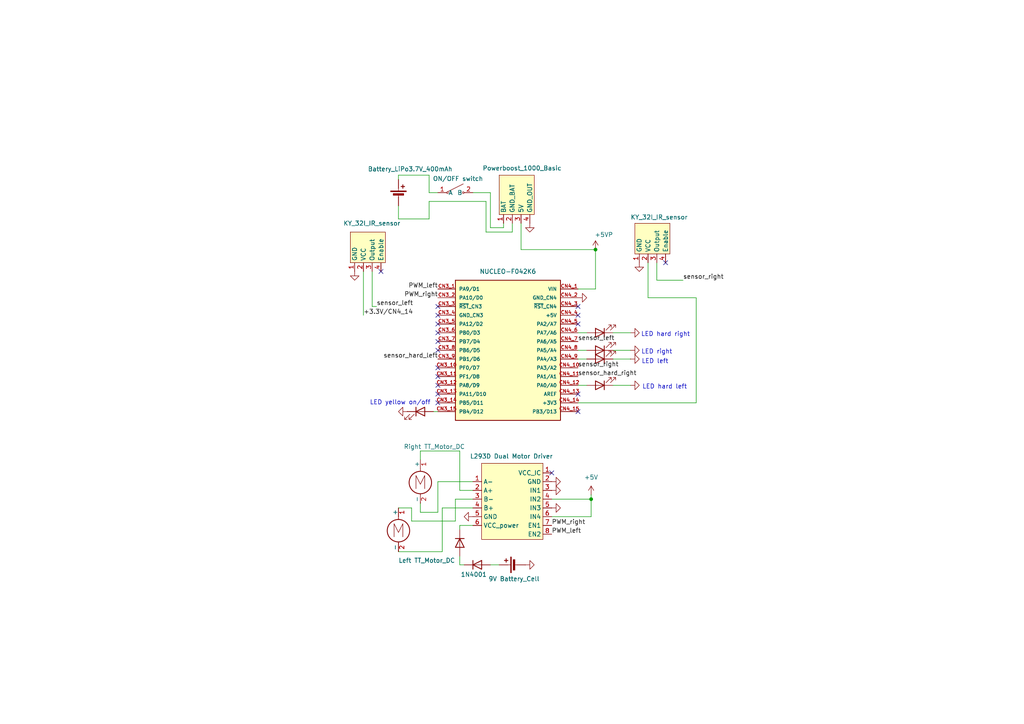
<source format=kicad_sch>
(kicad_sch (version 20250114) (generator "eeschema") (generator_version "9.0")
  (paper "A4")
  (lib_symbols
    (symbol "Device:Battery_Cell" (pin_numbers (hide yes)) (pin_names (offset 0) (hide yes))
      (property "Reference" "BT" (at 2.54 2.54 0))
      (property "Value" "Battery_Cell" (at 2.54 0 0))
      (symbol "Battery_Cell_0_1"
        (rectangle (start -2.286 1.778) (end 2.286 1.524) (fill (type outline)))
        (rectangle (start -1.524 1.016) (end 1.524 0.508) (fill (type outline)))
        (polyline (pts (xy 0 1.778) (xy 0 2.54)))
        (polyline (pts (xy 0 0.762) (xy 0 0)))
        (polyline (pts (xy 0.762 3.048) (xy 1.778 3.048)) (stroke (width 0.254)))
        (polyline (pts (xy 1.27 3.556) (xy 1.27 2.54)) (stroke (width 0.254)))
      )
      (symbol "Battery_Cell_1_1"
        (pin passive line (at 0 5.08 270) (length 2.54) (name "+") (number "1"))
        (pin passive line (at 0 -2.54 90) (length 2.54) (name "-") (number "2"))
      )
    )
    (symbol "Device:LED" (pin_numbers (hide yes)) (pin_names (offset 1.016) (hide yes))
      (property "Reference" "D" (at 0 2.54 0))
      (property "Value" "LED" (at 0 -2.54 0))
      (symbol "LED_0_1"
        (polyline (pts (xy -3.048 -0.762) (xy -4.572 -2.286) (xy -3.81 -2.286) (xy -4.572 -2.286) (xy -4.572 -1.524)))
        (polyline (pts (xy -1.778 -0.762) (xy -3.302 -2.286) (xy -2.54 -2.286) (xy -3.302 -2.286) (xy -3.302 -1.524)))
        (polyline (pts (xy -1.27 0) (xy 1.27 0)))
        (polyline (pts (xy -1.27 -1.27) (xy -1.27 1.27)) (stroke (width 0.254)))
        (polyline (pts (xy 1.27 -1.27) (xy 1.27 1.27) (xy -1.27 0) (xy 1.27 -1.27)) (stroke (width 0.254)))
      )
      (symbol "LED_1_1"
        (pin passive line (at -3.81 0 0) (length 2.54) (name "K") (number "1"))
        (pin passive line (at 3.81 0 180) (length 2.54) (name "A") (number "2"))
      )
    )
    (symbol "Diode:1N4001" (pin_numbers (hide yes)) (pin_names (hide yes))
      (property "Reference" "D" (at 0 2.54 0))
      (property "Value" "1N4001" (at 0 -2.54 0))
      (symbol "1N4001_0_1"
        (polyline (pts (xy -1.27 1.27) (xy -1.27 -1.27)) (stroke (width 0.254)))
        (polyline (pts (xy 1.27 1.27) (xy 1.27 -1.27) (xy -1.27 0) (xy 1.27 1.27)) (stroke (width 0.254)))
        (polyline (pts (xy 1.27 0) (xy -1.27 0)))
      )
      (symbol "1N4001_1_1"
        (pin passive line (at -3.81 0 0) (length 2.54) (name "K") (number "1"))
        (pin passive line (at 3.81 0 180) (length 2.54) (name "A") (number "2"))
      )
    )
    (symbol "Imported_symbols:NUCLEO-F042K6" (pin_names (offset 1.016))
      (property "Reference" "U" (at -15.24 21.082 0))
      (property "Value" "NUCLEO-F042K6" (at -15.24 -22.86 0))
      (symbol "NUCLEO-F042K6_0_0"
        (rectangle (start -15.24 -20.32) (end 15.24 20.32) (stroke (width 0.254)) (fill (type background)))
        (pin bidirectional line (at -20.32 17.78 0) (length 5.08) (name "PA9/D1") (number "CN3_1"))
        (pin bidirectional line (at -20.32 15.24 0) (length 5.08) (name "PA10/D0") (number "CN3_2"))
        (pin bidirectional line (at -20.32 12.7 0) (length 5.08) (name "~{RST}_CN3") (number "CN3_3"))
        (pin power_in line (at -20.32 10.16 0) (length 5.08) (name "GND_CN3") (number "CN3_4"))
        (pin bidirectional line (at -20.32 7.62 0) (length 5.08) (name "PA12/D2") (number "CN3_5"))
        (pin bidirectional line (at -20.32 5.08 0) (length 5.08) (name "PB0/D3") (number "CN3_6"))
        (pin bidirectional line (at -20.32 2.54 0) (length 5.08) (name "PB7/D4") (number "CN3_7"))
        (pin bidirectional line (at -20.32 0 0) (length 5.08) (name "PB6/D5") (number "CN3_8"))
        (pin bidirectional line (at -20.32 -2.54 0) (length 5.08) (name "PB1/D6") (number "CN3_9"))
        (pin bidirectional line (at -20.32 -5.08 0) (length 5.08) (name "PF0/D7") (number "CN3_10"))
        (pin bidirectional line (at -20.32 -7.62 0) (length 5.08) (name "PF1/D8") (number "CN3_11"))
        (pin bidirectional line (at -20.32 -10.16 0) (length 5.08) (name "PA8/D9") (number "CN3_12"))
        (pin bidirectional line (at -20.32 -12.7 0) (length 5.08) (name "PA11/D10") (number "CN3_13"))
        (pin bidirectional line (at -20.32 -15.24 0) (length 5.08) (name "PB5/D11") (number "CN3_14"))
        (pin bidirectional line (at -20.32 -17.78 0) (length 5.08) (name "PB4/D12") (number "CN3_15"))
        (pin power_in line (at 20.32 17.78 180) (length 5.08) (name "VIN") (number "CN4_1"))
        (pin power_in line (at 20.32 15.24 180) (length 5.08) (name "GND_CN4") (number "CN4_2"))
        (pin bidirectional line (at 20.32 12.7 180) (length 5.08) (name "~{RST}_CN4") (number "CN4_3"))
        (pin power_in line (at 20.32 10.16 180) (length 5.08) (name "+5V") (number "CN4_4"))
        (pin bidirectional line (at 20.32 7.62 180) (length 5.08) (name "PA2/A7") (number "CN4_5"))
        (pin bidirectional line (at 20.32 5.08 180) (length 5.08) (name "PA7/A6") (number "CN4_6"))
        (pin bidirectional line (at 20.32 2.54 180) (length 5.08) (name "PA6/A5") (number "CN4_7"))
        (pin bidirectional line (at 20.32 0 180) (length 5.08) (name "PA5/A4") (number "CN4_8"))
        (pin bidirectional line (at 20.32 -2.54 180) (length 5.08) (name "PA4/A3") (number "CN4_9"))
        (pin bidirectional line (at 20.32 -5.08 180) (length 5.08) (name "PA3/A2") (number "CN4_10"))
        (pin bidirectional line (at 20.32 -7.62 180) (length 5.08) (name "PA1/A1") (number "CN4_11"))
        (pin bidirectional line (at 20.32 -10.16 180) (length 5.08) (name "PA0/A0") (number "CN4_12"))
        (pin input line (at 20.32 -12.7 180) (length 5.08) (name "AREF") (number "CN4_13"))
        (pin power_in line (at 20.32 -15.24 180) (length 5.08) (name "+3V3") (number "CN4_14"))
        (pin bidirectional line (at 20.32 -17.78 180) (length 5.08) (name "PB3/D13") (number "CN4_15"))
      )
    )
    (symbol "LF_custom_symbols:KY_32I_IR_sensor"
      (property "Value" "KY_32I_IR_sensor" (at -4.826 10.668 0))
      (symbol "KY_32I_IR_sensor_1_1"
        (polyline (pts (xy -1.27 -8.89) (xy -1.27 0) (xy -11.43 0) (xy -11.43 -8.89) (xy -1.27 -8.89)) (fill (type color) (color 255 255 194 1)))
        (pin input line (at -10.16 2.54 270) (length 2.54) (name "Enable") (number "4"))
        (pin output line (at -7.62 2.54 270) (length 2.54) (name "Output") (number "3"))
        (pin input line (at -5.08 2.54 270) (length 2.54) (name "VCC") (number "2"))
        (pin input line (at -2.54 2.54 270) (length 2.54) (name "GND") (number "1"))
      )
    )
    (symbol "LF_custom_symbols:L293D_Motor_Driver"
      (property "Value" "L293D Dual Motor Driver" (at -8.382 0.508 0))
      (symbol "L293D_Motor_Driver_1_1"
        (rectangle (start -17.78 -2.286) (end 0 -24.384) (fill (type color) (color 255 255 194 1)))
        (pin output line (at -20.32 -7.62 0) (length 2.54) (name "A-") (number "1"))
        (pin output line (at -20.32 -10.16 0) (length 2.54) (name "A+") (number "2"))
        (pin output line (at -20.32 -12.7 0) (length 2.54) (name "B-") (number "3"))
        (pin output line (at -20.32 -15.24 0) (length 2.54) (name "B+") (number "4"))
        (pin input line (at -20.32 -17.78 0) (length 2.54) (name "GND") (number "5"))
        (pin input line (at -20.32 -20.32 0) (length 2.54) (name "VCC_power") (number "6"))
        (pin input line (at 2.54 -5.08 180) (length 2.54) (name "VCC_IC") (number "1"))
        (pin input line (at 2.54 -7.62 180) (length 2.54) (name "GND") (number "2"))
        (pin input line (at 2.54 -10.16 180) (length 2.54) (name "IN1") (number "3"))
        (pin input line (at 2.54 -12.7 180) (length 2.54) (name "IN2") (number "4"))
        (pin input line (at 2.54 -15.24 180) (length 2.54) (name "IN3") (number "5"))
        (pin input line (at 2.54 -17.78 180) (length 2.54) (name "IN4") (number "6"))
        (pin input line (at 2.54 -20.32 180) (length 2.54) (name "EN1") (number "7"))
        (pin input line (at 2.54 -22.86 180) (length 2.54) (name "EN2") (number "8"))
      )
    )
    (symbol "LF_custom_symbols:Powerboost_1000_Basic"
      (property "Value" "Powerboost_1000_Basic" (at -4.826 11.684 0))
      (symbol "Powerboost_1000_Basic_1_1"
        (rectangle (start -12.7 7.62) (end -1.27 -2.54) (fill (type color) (color 255 255 194 1)))
        (pin input line (at 1.27 6.35 180) (length 2.54) (name "GND_OUT") (number "4"))
        (pin power_out line (at 1.27 3.81 180) (length 2.54) (name "5V") (number "3"))
        (pin input line (at 1.27 1.27 180) (length 2.54) (name "GND_BAT") (number "2"))
        (pin input line (at 1.27 -1.27 180) (length 2.54) (name "BAT") (number "1"))
      )
    )
    (symbol "LF_custom_symbols:Switch"
      (property "Value" "Switch" (at -1.524 4.318 0))
      (symbol "Switch_0_1"
        (polyline (pts (xy -1.016 0.254) (xy 3.556 2.54)))
        (circle (center -1.016 0) (radius 0.254))
        (circle (center 3.556 0) (radius 0.254))
      )
      (symbol "Switch_1_1"
        (pin passive line (at -3.81 0 0) (length 2.54) (name "A") (number "1"))
        (pin passive line (at 6.35 0 180) (length 2.54) (name "B") (number "2"))
      )
    )
    (symbol "Motor:Motor_DC" (pin_names (offset 0))
      (property "Reference" "M" (at 2.54 2.54 0))
      (property "Value" "Motor_DC" (at 2.54 -5.08 0))
      (symbol "Motor_DC_0_0"
        (polyline (pts (xy -1.27 -3.302) (xy -1.27 0.508) (xy 0 -2.032) (xy 1.27 0.508) (xy 1.27 -3.302)))
      )
      (symbol "Motor_DC_0_1"
        (polyline (pts (xy 0 2.032) (xy 0 2.54)))
        (polyline (pts (xy 0 1.7272) (xy 0 2.0828)))
        (circle (center 0 -1.524) (radius 3.2512) (stroke (width 0.254)))
        (polyline (pts (xy 0 -4.7752) (xy 0 -5.1816)))
        (polyline (pts (xy 0 -7.62) (xy 0 -7.112)))
      )
      (symbol "Motor_DC_1_1"
        (pin passive line (at 0 5.08 270) (length 2.54) (name "+") (number "1"))
        (pin passive line (at 0 -7.62 90) (length 2.54) (name "-") (number "2"))
      )
    )
    (symbol "power:+5V" (power) (pin_numbers (hide yes)) (pin_names (offset 0) (hide yes))
      (property "Value" "+5V" (at 0 3.556 0))
      (symbol "+5V_0_1"
        (polyline (pts (xy -0.762 1.27) (xy 0 2.54)))
        (polyline (pts (xy 0 2.54) (xy 0.762 1.27)))
        (polyline (pts (xy 0 0) (xy 0 2.54)))
      )
      (symbol "+5V_1_1"
        (pin power_in line (at 0 0 90) (length 0) (name "~") (number "1"))
      )
    )
    (symbol "power:+5VP" (power) (pin_numbers (hide yes)) (pin_names (offset 0) (hide yes))
      (property "Value" "+5VP" (at 0 3.556 0))
      (symbol "+5VP_0_1"
        (polyline (pts (xy -0.762 1.27) (xy 0 2.54)))
        (polyline (pts (xy 0 2.54) (xy 0.762 1.27)))
        (polyline (pts (xy 0 0) (xy 0 2.54)))
      )
      (symbol "+5VP_1_1"
        (pin power_in line (at 0 0 90) (length 0) (name "~") (number "1"))
      )
    )
    (symbol "power:GND" (power) (pin_numbers (hide yes)) (pin_names (offset 0) (hide yes))
      (property "Value" "GND" (at 0 -3.81 0))
      (symbol "GND_0_1"
        (polyline (pts (xy 0 0) (xy 0 -1.27) (xy 1.27 -1.27) (xy 0 -2.54) (xy -1.27 -1.27) (xy 0 -1.27)))
      )
      (symbol "GND_1_1"
        (pin power_in line (at 0 0 270) (length 0) (name "~") (number "1"))
      )
    )
  )
  (text "LED right" (at 190.5 102.108 0) (effects (font (size 1.27 1.27))))
  (text "LED yellow on/off" (at 116.078 116.84 0) (effects (font (size 1.27 1.27))))
  (text "LED hard left" (at 192.786 112.268 0) (effects (font (size 1.27 1.27))))
  (text "LED hard right\n" (at 193.04 97.028 0) (effects (font (size 1.27 1.27))))
  (text "LED left" (at 189.992 104.902 0) (effects (font (size 1.27 1.27))))
  (junction (at 172.72 72.39))
  (junction (at 171.45 144.78))
  (no_connect (at 127 88.9))
  (no_connect (at 127 111.76))
  (no_connect (at 167.64 88.9))
  (no_connect (at 127 106.68))
  (no_connect (at 193.04 76.2))
  (no_connect (at 127 109.22))
  (no_connect (at 167.64 91.44))
  (no_connect (at 127 114.3))
  (no_connect (at 127 101.6))
  (no_connect (at 127 96.52))
  (no_connect (at 167.64 119.38))
  (no_connect (at 167.64 93.98))
  (no_connect (at 167.64 114.3))
  (no_connect (at 127 91.44))
  (no_connect (at 110.49 78.74))
  (no_connect (at 160.02 137.16))
  (no_connect (at 127 93.98))
  (no_connect (at 127 116.84))
  (no_connect (at 127 99.06))
  (wire (pts (xy 133.35 130.81) (xy 133.35 142.24)))
  (wire (pts (xy 121.92 148.59) (xy 127 148.59)))
  (wire (pts (xy 124.46 58.42) (xy 140.97 58.42)))
  (wire (pts (xy 124.46 55.88) (xy 127 55.88)))
  (wire (pts (xy 148.59 64.77) (xy 148.59 67.31)))
  (wire (pts (xy 177.8 104.14) (xy 182.88 104.14)))
  (wire (pts (xy 133.35 163.83) (xy 134.62 163.83)))
  (wire (pts (xy 167.64 116.84) (xy 201.93 116.84)))
  (wire (pts (xy 119.38 151.13) (xy 132.08 151.13)))
  (wire (pts (xy 132.08 151.13) (xy 132.08 144.78)))
  (wire (pts (xy 140.97 67.31) (xy 148.59 67.31)))
  (wire (pts (xy 172.72 72.39) (xy 172.72 83.82)))
  (wire (pts (xy 124.46 50.8) (xy 124.46 55.88)))
  (wire (pts (xy 121.92 130.81) (xy 133.35 130.81)))
  (wire (pts (xy 121.92 146.05) (xy 121.92 148.59)))
  (wire (pts (xy 140.97 58.42) (xy 140.97 67.31)))
  (wire (pts (xy 125.73 119.38) (xy 127 119.38)))
  (wire (pts (xy 190.5 76.2) (xy 190.5 81.28)))
  (wire (pts (xy 132.08 144.78) (xy 137.16 144.78)))
  (wire (pts (xy 187.96 76.2) (xy 187.96 86.36)))
  (wire (pts (xy 115.57 160.02) (xy 128.27 160.02)))
  (wire (pts (xy 133.35 142.24) (xy 137.16 142.24)))
  (wire (pts (xy 151.13 72.39) (xy 172.72 72.39)))
  (wire (pts (xy 190.5 81.28) (xy 198.12 81.28)))
  (wire (pts (xy 167.64 96.52) (xy 170.18 96.52)))
  (wire (pts (xy 167.64 101.6) (xy 170.18 101.6)))
  (wire (pts (xy 167.64 104.14) (xy 170.18 104.14)))
  (wire (pts (xy 171.45 144.78) (xy 171.45 149.86)))
  (wire (pts (xy 127 139.7) (xy 137.16 139.7)))
  (wire (pts (xy 133.35 152.4) (xy 137.16 152.4)))
  (wire (pts (xy 177.8 101.6) (xy 182.88 101.6)))
  (wire (pts (xy 160.02 149.86) (xy 171.45 149.86)))
  (wire (pts (xy 177.8 96.52) (xy 182.88 96.52)))
  (wire (pts (xy 142.24 66.04) (xy 146.05 66.04)))
  (wire (pts (xy 146.05 66.04) (xy 146.05 64.77)))
  (wire (pts (xy 105.41 78.74) (xy 105.41 91.44)))
  (wire (pts (xy 133.35 152.4) (xy 133.35 153.67)))
  (wire (pts (xy 107.95 88.9) (xy 109.22 88.9)))
  (wire (pts (xy 119.38 147.32) (xy 119.38 151.13)))
  (wire (pts (xy 121.92 133.35) (xy 121.92 130.81)))
  (wire (pts (xy 128.27 160.02) (xy 128.27 147.32)))
  (wire (pts (xy 115.57 59.69) (xy 115.57 63.5)))
  (wire (pts (xy 151.13 64.77) (xy 151.13 72.39)))
  (wire (pts (xy 142.24 55.88) (xy 142.24 66.04)))
  (wire (pts (xy 115.57 147.32) (xy 119.38 147.32)))
  (wire (pts (xy 167.64 111.76) (xy 170.18 111.76)))
  (wire (pts (xy 124.46 58.42) (xy 124.46 63.5)))
  (wire (pts (xy 167.64 83.82) (xy 172.72 83.82)))
  (wire (pts (xy 115.57 63.5) (xy 124.46 63.5)))
  (wire (pts (xy 142.24 163.83) (xy 144.78 163.83)))
  (wire (pts (xy 187.96 86.36) (xy 201.93 86.36)))
  (wire (pts (xy 107.95 78.74) (xy 107.95 88.9)))
  (wire (pts (xy 137.16 55.88) (xy 142.24 55.88)))
  (wire (pts (xy 133.35 161.29) (xy 133.35 163.83)))
  (wire (pts (xy 115.57 52.07) (xy 115.57 50.8)))
  (wire (pts (xy 177.8 111.76) (xy 182.88 111.76)))
  (wire (pts (xy 127 148.59) (xy 127 139.7)))
  (wire (pts (xy 160.02 144.78) (xy 171.45 144.78)))
  (wire (pts (xy 171.45 144.78) (xy 171.45 143.51)))
  (wire (pts (xy 128.27 147.32) (xy 137.16 147.32)))
  (wire (pts (xy 201.93 86.36) (xy 201.93 116.84)))
  (wire (pts (xy 115.57 50.8) (xy 124.46 50.8)))
  (label "sensor_right" (at 167.64 106.68 0))
  (label "sensor_hard_left" (at 127 104.14 180))
  (label "sensor_hard_right" (at 167.64 109.22 0))
  (label "+3.3V{slash}CN4_14" (at 105.41 91.44 0))
  (label "PWM_right" (at 127 86.36 180))
  (label "sensor_left" (at 167.64 99.06 0))
  (label "PWM_left" (at 160.02 154.94 0))
  (label "PWM_left" (at 127 83.82 180))
  (label "PWM_right" (at 160.02 152.4 0))
  (label "sensor_right" (at 198.12 81.28 0))
  (label "sensor_left" (at 109.22 88.9 0))
  (symbol (lib_id "power:GND") (at 118.11 119.38 270) (unit 1)
    (property "Reference" "#PWR016" (effects (hide yes)))
    (property "Value" "GND" (effects (hide yes)))
    (property "Description" "Power symbol creates a global label with name \"GND\" , ground" (effects (hide yes)))
  )
  (symbol (lib_id "Motor:Motor_DC") (at 121.92 138.43 0) (unit 1)
    (property "Reference" "M1" (effects (hide yes)))
    (property "Value" "Right TT_Motor_DC" (at 117.094 129.54 0) (effects (justify left)))
    (property "Description" "DC Motor" (effects (hide yes)))
  )
  (symbol (lib_id "power:GND") (at 167.64 86.36 90) (unit 1)
    (property "Reference" "#PWR03" (effects (hide yes)))
    (property "Value" "GND" (effects (hide yes)))
    (property "Description" "Power symbol creates a global label with name \"GND\" , ground" (effects (hide yes)))
  )
  (symbol (lib_id "power:GND") (at 137.16 149.86 270) (unit 1)
    (property "Reference" "#PWR07" (effects (hide yes)))
    (property "Value" "GND" (effects (hide yes)))
    (property "Description" "Power symbol creates a global label with name \"GND\" , ground" (effects (hide yes)))
  )
  (symbol (lib_id "LF_custom_symbols:KY_32I_IR_sensor") (at 100.33 76.2 180) (unit 1)
    (property "Reference" "U2" (effects (hide yes)))
    (property "Value" "KY_32I_IR_sensor" (at 99.568 64.77 0) (effects (justify right)))
  )
  (symbol (lib_id "power:GND") (at 182.88 101.6 90) (unit 1)
    (property "Reference" "#PWR011" (effects (hide yes)))
    (property "Value" "GND" (effects (hide yes)))
    (property "Description" "Power symbol creates a global label with name \"GND\" , ground" (effects (hide yes)))
  )
  (symbol (lib_id "power:GND") (at 160.02 139.7 90) (unit 1)
    (property "Reference" "#PWR09" (effects (hide yes)))
    (property "Value" "GND" (effects (hide yes)))
    (property "Description" "Power symbol creates a global label with name \"GND\" , ground" (effects (hide yes)))
  )
  (symbol (lib_id "power:GND") (at 160.02 142.24 90) (unit 1)
    (property "Reference" "#PWR010" (effects (hide yes)))
    (property "Value" "GND" (effects (hide yes)))
    (property "Description" "Power symbol creates a global label with name \"GND\" , ground" (effects (hide yes)))
  )
  (symbol (lib_id "LF_custom_symbols:KY_32I_IR_sensor") (at 182.88 73.66 180) (unit 1)
    (property "Reference" "U3" (effects (hide yes)))
    (property "Value" "KY_32I_IR_sensor" (at 182.88 62.992 0) (effects (justify right)))
  )
  (symbol (lib_id "power:GND") (at 153.67 64.77 0) (unit 1)
    (property "Reference" "#PWR04" (effects (hide yes)))
    (property "Value" "GND" (effects (hide yes)))
    (property "Description" "Power symbol creates a global label with name \"GND\" , ground" (effects (hide yes)))
  )
  (symbol (lib_id "power:GND") (at 160.02 147.32 90) (unit 1)
    (property "Reference" "#PWR014" (effects (hide yes)))
    (property "Value" "GND" (effects (hide yes)))
    (property "Description" "Power symbol creates a global label with name \"GND\" , ground" (effects (hide yes)))
  )
  (symbol (lib_id "Motor:Motor_DC") (at 115.57 152.4 0) (unit 1)
    (property "Reference" "M2" (effects (hide yes)))
    (property "Value" "Left TT_Motor_DC" (at 115.57 162.56 0) (effects (justify left)))
    (property "Description" "DC Motor" (effects (hide yes)))
  )
  (symbol (lib_id "Device:LED") (at 173.99 101.6 180) (unit 1)
    (property "Reference" "D4" (effects (hide yes)))
    (property "Value" "LED" (effects (hide yes)))
    (property "Description" "Light emitting diode" (effects (hide yes)))
    (property "Sim.Pins" "1=K 2=A" (effects (hide yes)))
  )
  (symbol (lib_id "Device:Battery_Cell") (at 149.86 163.83 90) (unit 1)
    (property "Reference" "BT1" (effects (hide yes)))
    (property "Value" "9V Battery_Cell" (at 149.098 167.894 90))
    (property "Description" "Single-cell battery" (effects (hide yes)))
  )
  (symbol (lib_id "Diode:1N4001") (at 133.35 157.48 270) (unit 1)
    (property "Reference" "D6" (effects (hide yes)))
    (property "Value" "1N4001" (effects (hide yes)))
    (property "Footprint" "Diode_THT:D_DO-41_SOD81_P10.16mm_Horizontal" (effects (hide yes)))
    (property "Datasheet" "http://www.vishay.com/docs/88503/1n4001.pdf" (effects (hide yes)))
    (property "Description" "50V 1A General Purpose Rectifier Diode, DO-41" (effects (hide yes)))
    (property "Sim.Device" "D" (effects (hide yes)))
    (property "Sim.Pins" "1=K 2=A" (effects (hide yes)))
  )
  (symbol (lib_id "power:GND") (at 152.4 163.83 90) (unit 1)
    (property "Reference" "#PWR06" (effects (hide yes)))
    (property "Value" "GND" (effects (hide yes)))
    (property "Description" "Power symbol creates a global label with name \"GND\" , ground" (effects (hide yes)))
  )
  (symbol (lib_id "Imported_symbols:NUCLEO-F042K6") (at 147.32 101.6 0) (unit 1)
    (property "Reference" "U1" (effects (hide yes)))
    (property "Value" "NUCLEO-F042K6" (at 147.32 78.74 0))
    (property "Footprint" "NUCLEO-F042K6:MODULE_NUCLEO-F042K6" (effects (hide yes)))
    (property "MF" "STMicroelectronics" (effects (hide yes)))
    (property "MAXIMUM_PACKAGE_HEIGHT" "14.5mm" (effects (hide yes)))
    (property "Package" "None" (effects (hide yes)))
    (property "Price" "None" (effects (hide yes)))
    (property "Check_prices" "https://www.snapeda.com/parts/NUCLEO-F042K6/STMicroelectronics/view-part/?ref=eda" (effects (hide yes)))
    (property "STANDARD" "Manufacturer Recommendations" (effects (hide yes)))
    (property "PARTREV" "8" (effects (hide yes)))
    (property "SnapEDA_Link" "https://www.snapeda.com/parts/NUCLEO-F042K6/STMicroelectronics/view-part/?ref=snap" (effects (hide yes)))
    (property "MP" "NUCLEO-F042K6" (effects (hide yes)))
    (property "Description_1" "STM32F042K6, mbed-Enabled Development Nucleo-32 STM32F0 ARM® Cortex®-M0 MCU 32-Bit Embedded Evaluation Board" (effects (hide yes)))
    (property "Availability" "In Stock" (effects (hide yes)))
    (property "MANUFACTURER" "STMicroelectronics" (effects (hide yes)))
  )
  (symbol (lib_id "Device:LED") (at 173.99 104.14 180) (unit 1)
    (property "Reference" "D3" (effects (hide yes)))
    (property "Value" "LED" (effects (hide yes)))
    (property "Description" "Light emitting diode" (effects (hide yes)))
    (property "Sim.Pins" "1=K 2=A" (effects (hide yes)))
  )
  (symbol (lib_id "Device:Battery_Cell") (at 115.57 57.15 0) (unit 1)
    (property "Reference" "BT2" (effects (hide yes)))
    (property "Value" "Battery_LiPo3.7V_400mAh" (at 106.68 49.022 0) (effects (justify left)))
    (property "Description" "Single-cell battery" (effects (hide yes)))
  )
  (symbol (lib_id "Device:LED") (at 173.99 96.52 180) (unit 1)
    (property "Reference" "D2" (effects (hide yes)))
    (property "Value" "LED" (effects (hide yes)))
    (property "Description" "Light emitting diode" (effects (hide yes)))
    (property "Sim.Pins" "1=K 2=A" (effects (hide yes)))
  )
  (symbol (lib_id "Device:LED") (at 121.92 119.38 0) (unit 1)
    (property "Reference" "D7" (effects (hide yes)))
    (property "Value" "LED" (effects (hide yes)))
    (property "Description" "Light emitting diode" (effects (hide yes)))
    (property "Sim.Pins" "1=K 2=A" (effects (hide yes)))
  )
  (symbol (lib_id "power:+5VP") (at 172.72 72.39 0) (unit 1)
    (property "Reference" "#PWR05" (effects (hide yes)))
    (property "Value" "+5VP" (at 172.466 68.072 0) (effects (justify left)))
    (property "Description" "Power symbol creates a global label with name \"+5VP\"" (effects (hide yes)))
  )
  (symbol (lib_id "Device:LED") (at 173.99 111.76 180) (unit 1)
    (property "Reference" "D1" (effects (hide yes)))
    (property "Value" "LED" (effects (hide yes)))
    (property "Description" "Light emitting diode" (effects (hide yes)))
    (property "Sim.Pins" "1=K 2=A" (effects (hide yes)))
  )
  (symbol (lib_id "power:+5V") (at 171.45 143.51 0) (unit 1)
    (property "Reference" "#PWR015" (effects (hide yes)))
    (property "Value" "+5V" (at 171.45 138.43 0))
    (property "Description" "Power symbol creates a global label with name \"+5V\"" (effects (hide yes)))
  )
  (symbol (lib_id "LF_custom_symbols:L293D_Motor_Driver") (at 157.48 132.08 0) (unit 1)
    (property "Reference" "U7" (effects (hide yes)))
    (property "Value" "L293D Dual Motor Driver" (at 148.336 132.334 0))
    (property "Datasheet" "https://it-teknolog.dk/download/L293D%20Dual%20Motor%20Driver%20Module/L293D%20Dual%20Motor%20Driver%20Module.pdf" (effects (hide yes)))
    (property "Description" "https://arduinotech.dk/shop/mini-l293d-motor-drive-module/?srsltid=AfmBOopd6LvaoKIE7WggLpfGEDIX-80lj_51dmZ8WRSDcm0LStgDx90g#reviews" (effects (hide yes)))
  )
  (symbol (lib_id "power:GND") (at 102.87 78.74 0) (unit 1)
    (property "Reference" "#PWR02" (effects (hide yes)))
    (property "Value" "GND" (effects (hide yes)))
    (property "Description" "Power symbol creates a global label with name \"GND\" , ground" (effects (hide yes)))
  )
  (symbol (lib_id "power:GND") (at 182.88 111.76 90) (unit 1)
    (property "Reference" "#PWR08" (effects (hide yes)))
    (property "Value" "GND" (effects (hide yes)))
    (property "Description" "Power symbol creates a global label with name \"GND\" , ground" (effects (hide yes)))
  )
  (symbol (lib_id "Diode:1N4001") (at 138.43 163.83 0) (unit 1)
    (property "Reference" "D5" (effects (hide yes)))
    (property "Value" "1N4001" (at 137.414 166.624 0))
    (property "Footprint" "Diode_THT:D_DO-41_SOD81_P10.16mm_Horizontal" (effects (hide yes)))
    (property "Datasheet" "http://www.vishay.com/docs/88503/1n4001.pdf" (effects (hide yes)))
    (property "Description" "50V 1A General Purpose Rectifier Diode, DO-41" (effects (hide yes)))
    (property "Sim.Device" "D" (effects (hide yes)))
    (property "Sim.Pins" "1=K 2=A" (effects (hide yes)))
  )
  (symbol (lib_id "power:GND") (at 182.88 96.52 90) (unit 1)
    (property "Reference" "#PWR013" (effects (hide yes)))
    (property "Value" "GND" (effects (hide yes)))
    (property "Description" "Power symbol creates a global label with name \"GND\" , ground" (effects (hide yes)))
  )
  (symbol (lib_id "power:GND") (at 182.88 104.14 90) (unit 1)
    (property "Reference" "#PWR012" (effects (hide yes)))
    (property "Value" "GND" (effects (hide yes)))
    (property "Description" "Power symbol creates a global label with name \"GND\" , ground" (effects (hide yes)))
  )
  (symbol (lib_id "power:GND") (at 185.42 76.2 0) (unit 1)
    (property "Reference" "#PWR01" (effects (hide yes)))
    (property "Value" "GND" (effects (hide yes)))
    (property "Description" "Power symbol creates a global label with name \"GND\" , ground" (effects (hide yes)))
  )
  (symbol (lib_id "LF_custom_symbols:Switch") (at 130.81 55.88 0) (unit 1)
    (property "Reference" "U6" (effects (hide yes)))
    (property "Value" "ON/OFF switch" (at 132.842 51.816 0))
    (property "Datasheet" "https://www.youtube.com/watch?v=lgOFpn6PfYE&list=PLbWc6Q71G_qVXdEbigNWAe_tfZb_5D0LY&index=4" (effects (hide yes)))
    (property "Description" "Simple on/off toggle" (effects (hide yes)))
  )
  (symbol (lib_id "LF_custom_symbols:Powerboost_1000_Basic") (at 147.32 63.5 270) (unit 1)
    (property "Reference" "U4" (effects (hide yes)))
    (property "Value" "Powerboost_1000_Basic" (at 139.954 48.768 90) (effects (justify left)))
    (property "Datasheet" "https://www.mouser.dk/ProductDetail/485-2030" (effects (hide yes)))
    (property "Description" "Power Management IC Development Tools PowerBoost 1K Basic 5V USB @1000mA 1.8V+" (effects (hide yes)))
  )
)
</source>
